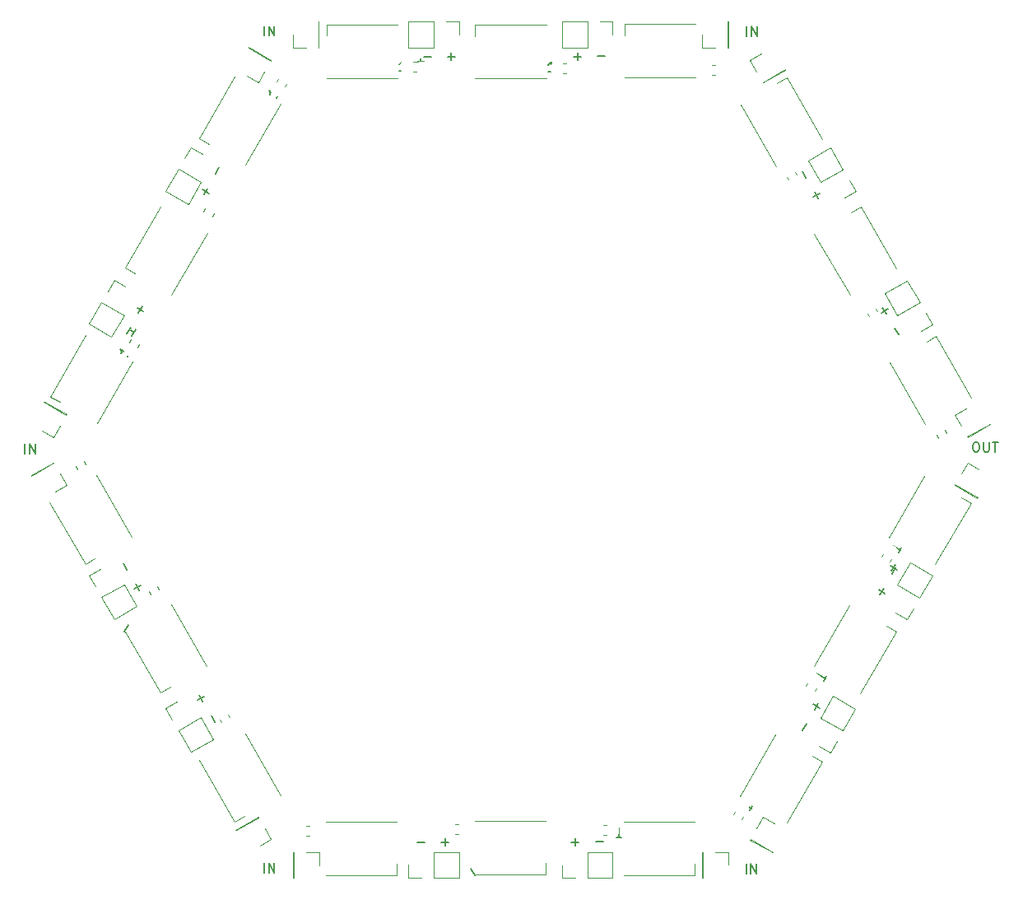
<source format=gto>
%TF.GenerationSoftware,KiCad,Pcbnew,(5.1.6-0-10_14)*%
%TF.CreationDate,2022-03-25T15:42:39-05:00*%
%TF.ProjectId,ws2812b_hexagon_BACKUP_20220323,77733238-3132-4625-9f68-657861676f6e,rev?*%
%TF.SameCoordinates,Original*%
%TF.FileFunction,Legend,Top*%
%TF.FilePolarity,Positive*%
%FSLAX46Y46*%
G04 Gerber Fmt 4.6, Leading zero omitted, Abs format (unit mm)*
G04 Created by KiCad (PCBNEW (5.1.6-0-10_14)) date 2022-03-25 15:42:39*
%MOMM*%
%LPD*%
G01*
G04 APERTURE LIST*
%ADD10C,0.150000*%
%ADD11C,0.120000*%
%ADD12C,0.100000*%
%ADD13R,1.800000X1.800000*%
%ADD14O,1.800000X1.800000*%
%ADD15R,1.600000X1.100000*%
G04 APERTURE END LIST*
D10*
X213040000Y-105802380D02*
X213230476Y-105802380D01*
X213325714Y-105850000D01*
X213420952Y-105945238D01*
X213468571Y-106135714D01*
X213468571Y-106469047D01*
X213420952Y-106659523D01*
X213325714Y-106754761D01*
X213230476Y-106802380D01*
X213040000Y-106802380D01*
X212944761Y-106754761D01*
X212849523Y-106659523D01*
X212801904Y-106469047D01*
X212801904Y-106135714D01*
X212849523Y-105945238D01*
X212944761Y-105850000D01*
X213040000Y-105802380D01*
X213897142Y-105802380D02*
X213897142Y-106611904D01*
X213944761Y-106707142D01*
X213992380Y-106754761D01*
X214087619Y-106802380D01*
X214278095Y-106802380D01*
X214373333Y-106754761D01*
X214420952Y-106707142D01*
X214468571Y-106611904D01*
X214468571Y-105802380D01*
X214801904Y-105802380D02*
X215373333Y-105802380D01*
X215087619Y-106802380D02*
X215087619Y-105802380D01*
X189488055Y-150140777D02*
X189488055Y-149140777D01*
X189964245Y-150140777D02*
X189964245Y-149140777D01*
X190535674Y-150140777D01*
X190535674Y-149140777D01*
X139898056Y-150120777D02*
X139898056Y-149120777D01*
X140374246Y-150120777D02*
X140374246Y-149120777D01*
X140945675Y-150120777D01*
X140945675Y-149120777D01*
X196522927Y-80102568D02*
X196903880Y-80762397D01*
X196383489Y-80622959D02*
X197043318Y-80242007D01*
X195253286Y-77983485D02*
X195634239Y-78643314D01*
X203897072Y-92637431D02*
X203516119Y-91977602D01*
X204036510Y-92117040D02*
X203376681Y-92497992D01*
X205166713Y-94756514D02*
X204785760Y-94096685D01*
X203633880Y-120861140D02*
X203252927Y-121520969D01*
X203113489Y-121000578D02*
X203773318Y-121381530D01*
X204834239Y-118702057D02*
X204453286Y-119361886D01*
X196506119Y-133298859D02*
X196887072Y-132639030D01*
X197026510Y-133159421D02*
X196366681Y-132778469D01*
X195305760Y-135457942D02*
X195686713Y-134798113D01*
X172270952Y-146958571D02*
X171509047Y-146958571D01*
X171890000Y-146577619D02*
X171890000Y-147339523D01*
X174740952Y-146918571D02*
X173979047Y-146918571D01*
X158109047Y-146941428D02*
X158870952Y-146941428D01*
X158490000Y-147322380D02*
X158490000Y-146560476D01*
X155639047Y-146981428D02*
X156400952Y-146981428D01*
X133557072Y-132457431D02*
X133176119Y-131797602D01*
X133696510Y-131937040D02*
X133036681Y-132317992D01*
X134826713Y-134576514D02*
X134445760Y-133916685D01*
X126682927Y-120392568D02*
X127063880Y-121052397D01*
X126543489Y-120912959D02*
X127203318Y-120532007D01*
X125413286Y-118273485D02*
X125794239Y-118933314D01*
X126956119Y-92518859D02*
X127337072Y-91859030D01*
X127476510Y-92379421D02*
X126816681Y-91998469D01*
X125755760Y-94677942D02*
X126136713Y-94018113D01*
X134063880Y-79701140D02*
X133682927Y-80360969D01*
X133543489Y-79840578D02*
X134203318Y-80221530D01*
X135264239Y-77542057D02*
X134883286Y-78201886D01*
X156289047Y-66221428D02*
X157050952Y-66221428D01*
X158759047Y-66181428D02*
X159520952Y-66181428D01*
X159140000Y-66562380D02*
X159140000Y-65800476D01*
X172490952Y-66178571D02*
X171729047Y-66178571D01*
X172110000Y-65797619D02*
X172110000Y-66559523D01*
X115296190Y-107012380D02*
X115296190Y-106012380D01*
X115772380Y-107012380D02*
X115772380Y-106012380D01*
X116343809Y-107012380D01*
X116343809Y-106012380D01*
X126276300Y-94855578D02*
X126657253Y-94195749D01*
X126796691Y-94716140D02*
X126136862Y-94335188D01*
X139896190Y-64032380D02*
X139896190Y-63032380D01*
X140372380Y-64032380D02*
X140372380Y-63032380D01*
X140943809Y-64032380D01*
X140943809Y-63032380D01*
X155618415Y-66740040D02*
X156380320Y-66740040D01*
X155999368Y-67120992D02*
X155999368Y-66359088D01*
X174960952Y-66138571D02*
X174199047Y-66138571D01*
X189546190Y-64082380D02*
X189546190Y-63082380D01*
X190022380Y-64082380D02*
X190022380Y-63082380D01*
X190593809Y-64082380D01*
X190593809Y-63082380D01*
X204820231Y-118391672D02*
X204439278Y-119051501D01*
X204299840Y-118531110D02*
X204959669Y-118912062D01*
X161543081Y-150334117D02*
X161162128Y-149674288D01*
X125515127Y-125267387D02*
X125896080Y-124607558D01*
D11*
%TO.C,J22*%
X129759637Y-133190175D02*
X130911451Y-132525175D01*
X130424637Y-134341989D02*
X129759637Y-133190175D01*
X131059637Y-135441841D02*
X133363265Y-134111841D01*
X133363265Y-134111841D02*
X134663265Y-136363507D01*
X131059637Y-135441841D02*
X132359637Y-137693507D01*
X132359637Y-137693507D02*
X134663265Y-136363507D01*
%TO.C,J18*%
X170532651Y-150623748D02*
X170532651Y-149293748D01*
X171862651Y-150623748D02*
X170532651Y-150623748D01*
X173132651Y-150623748D02*
X173132651Y-147963748D01*
X173132651Y-147963748D02*
X175732651Y-147963748D01*
X173132651Y-150623748D02*
X175732651Y-150623748D01*
X175732651Y-150623748D02*
X175732651Y-147963748D01*
%TO.C,J17*%
X187614307Y-147962789D02*
X187614307Y-149292789D01*
X186284307Y-147962789D02*
X187614307Y-147962789D01*
X185014307Y-147962789D02*
X185014307Y-150622789D01*
X185014307Y-150622789D02*
X184954307Y-150622789D01*
X185014307Y-147962789D02*
X184954307Y-147962789D01*
X184954307Y-147962789D02*
X184954307Y-150622789D01*
%TO.C,J20*%
X145527683Y-147966615D02*
X145527683Y-149296615D01*
X144197683Y-147966615D02*
X145527683Y-147966615D01*
X142927683Y-147966615D02*
X142927683Y-150626615D01*
X142927683Y-150626615D02*
X142867683Y-150626615D01*
X142927683Y-147966615D02*
X142867683Y-147966615D01*
X142867683Y-147966615D02*
X142867683Y-150626615D01*
%TO.C,J21*%
X140604923Y-146652845D02*
X139453109Y-147317845D01*
X139939923Y-145501031D02*
X140604923Y-146652845D01*
X139304923Y-144401179D02*
X137001295Y-145731179D01*
X137001295Y-145731179D02*
X136971295Y-145679217D01*
X139304923Y-144401179D02*
X139274923Y-144349217D01*
X139274923Y-144349217D02*
X136971295Y-145679217D01*
%TO.C,J23*%
X121862411Y-119508574D02*
X123014225Y-118843574D01*
X122527411Y-120660388D02*
X121862411Y-119508574D01*
X123162411Y-121760240D02*
X125466039Y-120430240D01*
X125466039Y-120430240D02*
X126766039Y-122681906D01*
X123162411Y-121760240D02*
X124462411Y-124011906D01*
X124462411Y-124011906D02*
X126766039Y-122681906D01*
%TO.C,J24*%
X119558297Y-110206672D02*
X118406483Y-110871672D01*
X118893297Y-109054858D02*
X119558297Y-110206672D01*
X118258297Y-107955006D02*
X115954669Y-109285006D01*
X115954669Y-109285006D02*
X115924669Y-109233044D01*
X118258297Y-107955006D02*
X118228297Y-107903044D01*
X118228297Y-107903044D02*
X115924669Y-109233044D01*
%TO.C,D18*%
X122597699Y-109236659D02*
X126247699Y-115558645D01*
X117834559Y-111986659D02*
X121484559Y-118308645D01*
X121484559Y-118308645D02*
X122480488Y-117733645D01*
%TO.C,J19*%
X154735424Y-150622147D02*
X154735424Y-149292147D01*
X156065424Y-150622147D02*
X154735424Y-150622147D01*
X157335424Y-150622147D02*
X157335424Y-147962147D01*
X157335424Y-147962147D02*
X159935424Y-147962147D01*
X157335424Y-150622147D02*
X159935424Y-150622147D01*
X159935424Y-150622147D02*
X159935424Y-147962147D01*
%TO.C,D16*%
X137955122Y-135788644D02*
X141605122Y-142110630D01*
X133191982Y-138538644D02*
X136841982Y-144860630D01*
X136841982Y-144860630D02*
X137837911Y-144285630D01*
%TO.C,J14*%
X206022087Y-124040359D02*
X204870273Y-123375359D01*
X206687087Y-122888545D02*
X206022087Y-124040359D01*
X207322087Y-121788693D02*
X205018459Y-120458693D01*
X205018459Y-120458693D02*
X206318459Y-118207027D01*
X207322087Y-121788693D02*
X208622087Y-119537027D01*
X208622087Y-119537027D02*
X206318459Y-118207027D01*
%TO.C,J15*%
X198122087Y-137720358D02*
X196970273Y-137055358D01*
X198787087Y-136568544D02*
X198122087Y-137720358D01*
X199422087Y-135468692D02*
X197118459Y-134138692D01*
X197118459Y-134138692D02*
X198418459Y-131887026D01*
X199422087Y-135468692D02*
X200722087Y-133217026D01*
X200722087Y-133217026D02*
X198418459Y-131887026D01*
%TO.C,J13*%
X212258458Y-107916731D02*
X213410272Y-108581731D01*
X211593458Y-109068545D02*
X212258458Y-107916731D01*
X210958458Y-110168397D02*
X213262086Y-111498397D01*
X213262086Y-111498397D02*
X213232086Y-111550359D01*
X210958458Y-110168397D02*
X210928458Y-110220359D01*
X210928458Y-110220359D02*
X213232086Y-111550359D01*
%TO.C,D10*%
X204168704Y-115639537D02*
X207818704Y-109317551D01*
X208931844Y-118389537D02*
X212581844Y-112067551D01*
X212581844Y-112067551D02*
X211585915Y-111492551D01*
%TO.C,J16*%
X191218459Y-144366730D02*
X192370273Y-145031730D01*
X190553459Y-145518544D02*
X191218459Y-144366730D01*
X189918459Y-146618396D02*
X192222087Y-147948396D01*
X192222087Y-147948396D02*
X192192087Y-148000358D01*
X189918459Y-146618396D02*
X189888459Y-146670358D01*
X189888459Y-146670358D02*
X192192087Y-148000358D01*
%TO.C,D12*%
X188858703Y-142219537D02*
X192508703Y-135897551D01*
X193621843Y-144969537D02*
X197271843Y-138647551D01*
X197271843Y-138647551D02*
X196275914Y-138072551D01*
%TO.C,D11*%
X196468703Y-128869537D02*
X200118703Y-122547551D01*
X201231843Y-131619537D02*
X204881843Y-125297551D01*
X204881843Y-125297551D02*
X203885914Y-124722551D01*
%TO.C,D9*%
X207895435Y-103966622D02*
X204245435Y-97644636D01*
X212658575Y-101216622D02*
X209008575Y-94894636D01*
X209008575Y-94894636D02*
X208012646Y-95469636D01*
%TO.C,D7*%
X192531479Y-77417773D02*
X188881479Y-71095787D01*
X197294619Y-74667773D02*
X193644619Y-68345787D01*
X193644619Y-68345787D02*
X192648690Y-68920787D01*
%TO.C,J12*%
X210934836Y-102996610D02*
X212086650Y-102331610D01*
X211599836Y-104148424D02*
X210934836Y-102996610D01*
X212234836Y-105248276D02*
X214538464Y-103918276D01*
X214538464Y-103918276D02*
X214568464Y-103970238D01*
X212234836Y-105248276D02*
X212264836Y-105300238D01*
X212264836Y-105300238D02*
X214568464Y-103970238D01*
%TO.C,J9*%
X189888211Y-66550438D02*
X191040025Y-65885438D01*
X190553211Y-67702252D02*
X189888211Y-66550438D01*
X191188211Y-68802104D02*
X193491839Y-67472104D01*
X193491839Y-67472104D02*
X193521839Y-67524066D01*
X191188211Y-68802104D02*
X191218211Y-68854066D01*
X191218211Y-68854066D02*
X193521839Y-67524066D01*
%TO.C,J10*%
X200733497Y-80013107D02*
X199581683Y-80678107D01*
X200068497Y-78861293D02*
X200733497Y-80013107D01*
X199433497Y-77761441D02*
X197129869Y-79091441D01*
X197129869Y-79091441D02*
X195829869Y-76839775D01*
X199433497Y-77761441D02*
X198133497Y-75509775D01*
X198133497Y-75509775D02*
X195829869Y-76839775D01*
%TO.C,J11*%
X208630724Y-93694707D02*
X207478910Y-94359707D01*
X207965724Y-92542893D02*
X208630724Y-93694707D01*
X207330724Y-91443041D02*
X205027096Y-92773041D01*
X205027096Y-92773041D02*
X203727096Y-90521375D01*
X207330724Y-91443041D02*
X206030724Y-89191375D01*
X206030724Y-89191375D02*
X203727096Y-90521375D01*
%TO.C,D8*%
X200138995Y-90701170D02*
X196488995Y-84379184D01*
X204902135Y-87951170D02*
X201252135Y-81629184D01*
X201252135Y-81629184D02*
X200256206Y-82204184D01*
%TO.C,J6*%
X159944808Y-62566332D02*
X159944808Y-63896332D01*
X158614808Y-62566332D02*
X159944808Y-62566332D01*
X157344808Y-62566332D02*
X157344808Y-65226332D01*
X157344808Y-65226332D02*
X154744808Y-65226332D01*
X157344808Y-62566332D02*
X154744808Y-62566332D01*
X154744808Y-62566332D02*
X154744808Y-65226332D01*
%TO.C,J7*%
X175742035Y-62567933D02*
X175742035Y-63897933D01*
X174412035Y-62567933D02*
X175742035Y-62567933D01*
X173142035Y-62567933D02*
X173142035Y-65227933D01*
X173142035Y-65227933D02*
X170542035Y-65227933D01*
X173142035Y-62567933D02*
X170542035Y-62567933D01*
X170542035Y-62567933D02*
X170542035Y-65227933D01*
%TO.C,J5*%
X142863151Y-65227289D02*
X142863151Y-63897289D01*
X144193151Y-65227289D02*
X142863151Y-65227289D01*
X145463151Y-65227289D02*
X145463151Y-62567289D01*
X145463151Y-62567289D02*
X145523151Y-62567289D01*
X145463151Y-65227289D02*
X145523151Y-65227289D01*
X145523151Y-65227289D02*
X145523151Y-62567289D01*
%TO.C,D4*%
X153596174Y-68371819D02*
X146296174Y-68371819D01*
X153596174Y-62871819D02*
X146296174Y-62871819D01*
X146296174Y-62871819D02*
X146296174Y-64021819D01*
%TO.C,J8*%
X184949776Y-65223464D02*
X184949776Y-63893464D01*
X186279776Y-65223464D02*
X184949776Y-65223464D01*
X187549776Y-65223464D02*
X187549776Y-62563464D01*
X187549776Y-62563464D02*
X187609776Y-62563464D01*
X187549776Y-65223464D02*
X187609776Y-65223464D01*
X187609776Y-65223464D02*
X187609776Y-62563464D01*
%TO.C,D6*%
X184270130Y-68340669D02*
X176970130Y-68340669D01*
X184270130Y-62840669D02*
X176970130Y-62840669D01*
X176970130Y-62840669D02*
X176970130Y-63990669D01*
%TO.C,D5*%
X168903691Y-68425216D02*
X161603691Y-68425216D01*
X168903691Y-62925216D02*
X161603691Y-62925216D01*
X161603691Y-62925216D02*
X161603691Y-64075216D01*
%TO.C,D3*%
X141623768Y-70980833D02*
X137973768Y-77302819D01*
X136860628Y-68230833D02*
X133210628Y-74552819D01*
X133210628Y-74552819D02*
X134206557Y-75127819D01*
%TO.C,D1*%
X126313768Y-97560833D02*
X122663768Y-103882819D01*
X121550628Y-94810833D02*
X117900628Y-101132819D01*
X117900628Y-101132819D02*
X118896557Y-101707819D01*
%TO.C,J4*%
X139264013Y-68833640D02*
X138112199Y-68168640D01*
X139929013Y-67681826D02*
X139264013Y-68833640D01*
X140564013Y-66581974D02*
X138260385Y-65251974D01*
X138260385Y-65251974D02*
X138290385Y-65200012D01*
X140564013Y-66581974D02*
X140594013Y-66530012D01*
X140594013Y-66530012D02*
X138290385Y-65200012D01*
%TO.C,J1*%
X118224014Y-105283638D02*
X117072200Y-104618638D01*
X118889014Y-104131824D02*
X118224014Y-105283638D01*
X119524014Y-103031972D02*
X117220386Y-101701972D01*
X117220386Y-101701972D02*
X117250386Y-101650010D01*
X119524014Y-103031972D02*
X119554014Y-102980010D01*
X119554014Y-102980010D02*
X117250386Y-101650010D01*
%TO.C,J2*%
X124460384Y-89160011D02*
X125612198Y-89825011D01*
X123795384Y-90311825D02*
X124460384Y-89160011D01*
X123160384Y-91411677D02*
X125464012Y-92741677D01*
X125464012Y-92741677D02*
X124164012Y-94993343D01*
X123160384Y-91411677D02*
X121860384Y-93663343D01*
X121860384Y-93663343D02*
X124164012Y-94993343D01*
%TO.C,J3*%
X132360384Y-75480012D02*
X133512198Y-76145012D01*
X131695384Y-76631826D02*
X132360384Y-75480012D01*
X131060384Y-77731678D02*
X133364012Y-79061678D01*
X133364012Y-79061678D02*
X132064012Y-81313344D01*
X131060384Y-77731678D02*
X129760384Y-79983344D01*
X129760384Y-79983344D02*
X132064012Y-81313344D01*
%TO.C,D2*%
X134013769Y-84330833D02*
X130363769Y-90652819D01*
X129250629Y-81580833D02*
X125600629Y-87902819D01*
X125600629Y-87902819D02*
X126596558Y-88477819D01*
%TO.C,D13*%
X176874753Y-144821394D02*
X184174753Y-144821394D01*
X176874753Y-150321394D02*
X184174753Y-150321394D01*
X184174753Y-150321394D02*
X184174753Y-149171394D01*
%TO.C,D15*%
X146200797Y-144852545D02*
X153500797Y-144852545D01*
X146200797Y-150352545D02*
X153500797Y-150352545D01*
X153500797Y-150352545D02*
X153500797Y-149202545D01*
%TO.C,D14*%
X161567236Y-144767998D02*
X168867236Y-144767998D01*
X161567236Y-150267998D02*
X168867236Y-150267998D01*
X168867236Y-150267998D02*
X168867236Y-149117998D01*
%TO.C,D17*%
X130347606Y-122505247D02*
X133997606Y-128827233D01*
X125584466Y-125255247D02*
X129234466Y-131577233D01*
X129234466Y-131577233D02*
X130230395Y-131002233D01*
%TO.C,C1*%
X170658733Y-66880000D02*
X171001267Y-66880000D01*
X170658733Y-67900000D02*
X171001267Y-67900000D01*
%TO.C,C2*%
X159871267Y-146160000D02*
X159528733Y-146160000D01*
X159871267Y-145140000D02*
X159528733Y-145140000D01*
%TO.C,C3*%
X155183733Y-67720000D02*
X155526267Y-67720000D01*
X155183733Y-66700000D02*
X155526267Y-66700000D01*
%TO.C,C4*%
X128191461Y-121471094D02*
X128020194Y-121174450D01*
X129074806Y-120961094D02*
X128903539Y-120664450D01*
%TO.C,C5*%
X209943539Y-104554450D02*
X210114806Y-104851094D01*
X209060194Y-105064450D02*
X209231461Y-105361094D01*
%TO.C,C6*%
X185933733Y-67030000D02*
X186276267Y-67030000D01*
X185933733Y-68050000D02*
X186276267Y-68050000D01*
%TO.C,C7*%
X135453961Y-134623322D02*
X135282694Y-134326678D01*
X136337306Y-134113322D02*
X136166039Y-133816678D01*
%TO.C,C8*%
X120651461Y-108601094D02*
X120480194Y-108304450D01*
X121534806Y-108091094D02*
X121363539Y-107794450D01*
%TO.C,C9*%
X202836039Y-92096678D02*
X203007306Y-92393322D01*
X201952694Y-92606678D02*
X202123961Y-92903322D01*
%TO.C,C10*%
X144526267Y-145260000D02*
X144183733Y-145260000D01*
X144526267Y-146280000D02*
X144183733Y-146280000D01*
%TO.C,C11*%
X193652694Y-78526678D02*
X193823961Y-78823322D01*
X194536039Y-78016678D02*
X194707306Y-78313322D01*
%TO.C,C12*%
X175116267Y-145180000D02*
X174773733Y-145180000D01*
X175116267Y-146200000D02*
X174773733Y-146200000D01*
%TO.C,C13*%
X195813961Y-130606678D02*
X195642694Y-130903322D01*
X196697306Y-131116678D02*
X196526039Y-131413322D01*
%TO.C,C14*%
X142018539Y-69271094D02*
X142189806Y-68974450D01*
X141135194Y-68761094D02*
X141306461Y-68464450D01*
%TO.C,C15*%
X189207306Y-144336678D02*
X189036039Y-144633322D01*
X188323961Y-143826678D02*
X188152694Y-144123322D01*
%TO.C,C16*%
X134538539Y-82611094D02*
X134709806Y-82314450D01*
X133655194Y-82101094D02*
X133826461Y-81804450D01*
%TO.C,C17*%
X203553961Y-117306678D02*
X203382694Y-117603322D01*
X204437306Y-117816678D02*
X204266039Y-118113322D01*
%TO.C,C18*%
X126883539Y-96045550D02*
X127054806Y-95748906D01*
X126000194Y-95535550D02*
X126171461Y-95238906D01*
%TO.C,D10*%
D10*
X205449263Y-116626303D02*
X205163549Y-117121175D01*
X205306406Y-116873739D02*
X204440380Y-116373739D01*
X204516479Y-116527646D01*
X204551339Y-116657744D01*
X204544959Y-116764032D01*
%TO.C,D12*%
X190139262Y-143206303D02*
X189853548Y-143701175D01*
X189996405Y-143453739D02*
X189130379Y-142953739D01*
X189206478Y-143107646D01*
X189241338Y-143237744D01*
X189234958Y-143344032D01*
%TO.C,D11*%
X197749262Y-129856303D02*
X197463548Y-130351175D01*
X197606405Y-130103739D02*
X196740379Y-129603739D01*
X196816478Y-129757646D01*
X196851338Y-129887744D01*
X196844958Y-129994032D01*
%TO.C,D4*%
X154381888Y-67674199D02*
X153810459Y-67674199D01*
X154096174Y-67674199D02*
X154096174Y-66674199D01*
X154000935Y-66817057D01*
X153905697Y-66912295D01*
X153810459Y-66959914D01*
%TO.C,D5*%
X169689405Y-67727596D02*
X169117976Y-67727596D01*
X169403691Y-67727596D02*
X169403691Y-66727596D01*
X169308452Y-66870454D01*
X169213214Y-66965692D01*
X169117976Y-67013311D01*
%TO.C,D3*%
X141412469Y-69951575D02*
X141126755Y-70446447D01*
X141269612Y-70199011D02*
X140403586Y-69699011D01*
X140479685Y-69852918D01*
X140514545Y-69983016D01*
X140508165Y-70089304D01*
%TO.C,D1*%
X126102469Y-96531575D02*
X125816755Y-97026447D01*
X125959612Y-96779011D02*
X125093586Y-96279011D01*
X125169685Y-96432918D01*
X125204545Y-96563016D01*
X125198165Y-96669304D01*
%TO.C,D13*%
X176660467Y-146423774D02*
X176089038Y-146423774D01*
X176374753Y-146423774D02*
X176374753Y-145423774D01*
X176279514Y-145566632D01*
X176184276Y-145661870D01*
X176089038Y-145709489D01*
%TD*%
%LPC*%
%TO.C,J22*%
G36*
G01*
X132067028Y-136326694D02*
X132067028Y-136326694D01*
G75*
G02*
X132396451Y-135097271I779423J450000D01*
G01*
X132396451Y-135097271D01*
G75*
G02*
X133625874Y-135426694I450000J-779423D01*
G01*
X133625874Y-135426694D01*
G75*
G02*
X133296451Y-136656117I-779423J-450000D01*
G01*
X133296451Y-136656117D01*
G75*
G02*
X132067028Y-136326694I-450000J779423D01*
G01*
G37*
D12*
G36*
X131247028Y-134906412D02*
G01*
X130347028Y-133347566D01*
X131905874Y-132447566D01*
X132805874Y-134006412D01*
X131247028Y-134906412D01*
G37*
%TD*%
D13*
%TO.C,J18*%
X171862651Y-149293748D03*
D14*
X174402651Y-149293748D03*
%TD*%
D13*
%TO.C,J17*%
X186284307Y-149292789D03*
%TD*%
%TO.C,J20*%
X144197683Y-149296615D03*
%TD*%
D12*
%TO.C,J21*%
G36*
X139117532Y-144936608D02*
G01*
X140017532Y-146495454D01*
X138458686Y-147395454D01*
X137558686Y-145836608D01*
X139117532Y-144936608D01*
G37*
%TD*%
%TO.C,J23*%
G36*
X123349802Y-121224811D02*
G01*
X122449802Y-119665965D01*
X124008648Y-118765965D01*
X124908648Y-120324811D01*
X123349802Y-121224811D01*
G37*
G36*
G01*
X124169802Y-122645093D02*
X124169802Y-122645093D01*
G75*
G02*
X124499225Y-121415670I779423J450000D01*
G01*
X124499225Y-121415670D01*
G75*
G02*
X125728648Y-121745093I450000J-779423D01*
G01*
X125728648Y-121745093D01*
G75*
G02*
X125399225Y-122974516I-779423J-450000D01*
G01*
X125399225Y-122974516D01*
G75*
G02*
X124169802Y-122645093I-450000J779423D01*
G01*
G37*
%TD*%
%TO.C,J24*%
G36*
X118070906Y-108490435D02*
G01*
X118970906Y-110049281D01*
X117412060Y-110949281D01*
X116512060Y-109390435D01*
X118070906Y-108490435D01*
G37*
%TD*%
%TO.C,D18*%
G36*
X121004174Y-116276594D02*
G01*
X121956802Y-115726594D01*
X122756802Y-117112234D01*
X121804174Y-117662234D01*
X121004174Y-116276594D01*
G37*
G36*
X123775456Y-114676594D02*
G01*
X124728084Y-114126594D01*
X125528084Y-115512234D01*
X124575456Y-116062234D01*
X123775456Y-114676594D01*
G37*
G36*
X118554174Y-112033070D02*
G01*
X119506802Y-111483070D01*
X120306802Y-112868710D01*
X119354174Y-113418710D01*
X118554174Y-112033070D01*
G37*
G36*
X121325456Y-110433070D02*
G01*
X122278084Y-109883070D01*
X123078084Y-111268710D01*
X122125456Y-111818710D01*
X121325456Y-110433070D01*
G37*
%TD*%
D14*
%TO.C,J19*%
X158605424Y-149292147D03*
D13*
X156065424Y-149292147D03*
%TD*%
D12*
%TO.C,D16*%
G36*
X136361597Y-142828579D02*
G01*
X137314225Y-142278579D01*
X138114225Y-143664219D01*
X137161597Y-144214219D01*
X136361597Y-142828579D01*
G37*
G36*
X139132879Y-141228579D02*
G01*
X140085507Y-140678579D01*
X140885507Y-142064219D01*
X139932879Y-142614219D01*
X139132879Y-141228579D01*
G37*
G36*
X133911597Y-138585055D02*
G01*
X134864225Y-138035055D01*
X135664225Y-139420695D01*
X134711597Y-139970695D01*
X133911597Y-138585055D01*
G37*
G36*
X136682879Y-136985055D02*
G01*
X137635507Y-136435055D01*
X138435507Y-137820695D01*
X137482879Y-138370695D01*
X136682879Y-136985055D01*
G37*
%TD*%
%TO.C,J14*%
G36*
G01*
X207584696Y-120473840D02*
X207584696Y-120473840D01*
G75*
G02*
X206355273Y-120803263I-779423J450000D01*
G01*
X206355273Y-120803263D01*
G75*
G02*
X206025850Y-119573840I450000J779423D01*
G01*
X206025850Y-119573840D01*
G75*
G02*
X207255273Y-119244417I779423J-450000D01*
G01*
X207255273Y-119244417D01*
G75*
G02*
X207584696Y-120473840I-450000J-779423D01*
G01*
G37*
G36*
X206764696Y-121894122D02*
G01*
X205864696Y-123452968D01*
X204305850Y-122552968D01*
X205205850Y-120994122D01*
X206764696Y-121894122D01*
G37*
%TD*%
%TO.C,J15*%
G36*
X198864696Y-135574121D02*
G01*
X197964696Y-137132967D01*
X196405850Y-136232967D01*
X197305850Y-134674121D01*
X198864696Y-135574121D01*
G37*
G36*
G01*
X199684696Y-134153839D02*
X199684696Y-134153839D01*
G75*
G02*
X198455273Y-134483262I-779423J450000D01*
G01*
X198455273Y-134483262D01*
G75*
G02*
X198125850Y-133253839I450000J779423D01*
G01*
X198125850Y-133253839D01*
G75*
G02*
X199355273Y-132924416I779423J-450000D01*
G01*
X199355273Y-132924416D01*
G75*
G02*
X199684696Y-134153839I-450000J-779423D01*
G01*
G37*
%TD*%
%TO.C,J13*%
G36*
X211515849Y-110062968D02*
G01*
X212415849Y-108504122D01*
X213974695Y-109404122D01*
X213074695Y-110962968D01*
X211515849Y-110062968D01*
G37*
%TD*%
%TO.C,D10*%
G36*
X205840947Y-116143126D02*
G01*
X204888319Y-115593126D01*
X205688319Y-114207486D01*
X206640947Y-114757486D01*
X205840947Y-116143126D01*
G37*
G36*
X208612229Y-117743126D02*
G01*
X207659601Y-117193126D01*
X208459601Y-115807486D01*
X209412229Y-116357486D01*
X208612229Y-117743126D01*
G37*
G36*
X208290947Y-111899602D02*
G01*
X207338319Y-111349602D01*
X208138319Y-109963962D01*
X209090947Y-110513962D01*
X208290947Y-111899602D01*
G37*
G36*
X211062229Y-113499602D02*
G01*
X210109601Y-112949602D01*
X210909601Y-111563962D01*
X211862229Y-112113962D01*
X211062229Y-113499602D01*
G37*
%TD*%
%TO.C,J16*%
G36*
X190475850Y-146512967D02*
G01*
X191375850Y-144954121D01*
X192934696Y-145854121D01*
X192034696Y-147412967D01*
X190475850Y-146512967D01*
G37*
%TD*%
%TO.C,D12*%
G36*
X195752228Y-140079602D02*
G01*
X194799600Y-139529602D01*
X195599600Y-138143962D01*
X196552228Y-138693962D01*
X195752228Y-140079602D01*
G37*
G36*
X192980946Y-138479602D02*
G01*
X192028318Y-137929602D01*
X192828318Y-136543962D01*
X193780946Y-137093962D01*
X192980946Y-138479602D01*
G37*
G36*
X193302228Y-144323126D02*
G01*
X192349600Y-143773126D01*
X193149600Y-142387486D01*
X194102228Y-142937486D01*
X193302228Y-144323126D01*
G37*
G36*
X190530946Y-142723126D02*
G01*
X189578318Y-142173126D01*
X190378318Y-140787486D01*
X191330946Y-141337486D01*
X190530946Y-142723126D01*
G37*
%TD*%
%TO.C,D11*%
G36*
X203362228Y-126729602D02*
G01*
X202409600Y-126179602D01*
X203209600Y-124793962D01*
X204162228Y-125343962D01*
X203362228Y-126729602D01*
G37*
G36*
X200590946Y-125129602D02*
G01*
X199638318Y-124579602D01*
X200438318Y-123193962D01*
X201390946Y-123743962D01*
X200590946Y-125129602D01*
G37*
G36*
X200912228Y-130973126D02*
G01*
X199959600Y-130423126D01*
X200759600Y-129037486D01*
X201712228Y-129587486D01*
X200912228Y-130973126D01*
G37*
G36*
X198140946Y-129373126D02*
G01*
X197188318Y-128823126D01*
X197988318Y-127437486D01*
X198940946Y-127987486D01*
X198140946Y-129373126D01*
G37*
%TD*%
%TO.C,D9*%
G36*
X209167678Y-102770211D02*
G01*
X208215050Y-103320211D01*
X207415050Y-101934571D01*
X208367678Y-101384571D01*
X209167678Y-102770211D01*
G37*
G36*
X211938960Y-101170211D02*
G01*
X210986332Y-101720211D01*
X210186332Y-100334571D01*
X211138960Y-99784571D01*
X211938960Y-101170211D01*
G37*
G36*
X206717678Y-98526687D02*
G01*
X205765050Y-99076687D01*
X204965050Y-97691047D01*
X205917678Y-97141047D01*
X206717678Y-98526687D01*
G37*
G36*
X209488960Y-96926687D02*
G01*
X208536332Y-97476687D01*
X207736332Y-96091047D01*
X208688960Y-95541047D01*
X209488960Y-96926687D01*
G37*
%TD*%
%TO.C,D7*%
G36*
X194125004Y-70377838D02*
G01*
X193172376Y-70927838D01*
X192372376Y-69542198D01*
X193325004Y-68992198D01*
X194125004Y-70377838D01*
G37*
G36*
X191353722Y-71977838D02*
G01*
X190401094Y-72527838D01*
X189601094Y-71142198D01*
X190553722Y-70592198D01*
X191353722Y-71977838D01*
G37*
G36*
X196575004Y-74621362D02*
G01*
X195622376Y-75171362D01*
X194822376Y-73785722D01*
X195775004Y-73235722D01*
X196575004Y-74621362D01*
G37*
G36*
X193803722Y-76221362D02*
G01*
X192851094Y-76771362D01*
X192051094Y-75385722D01*
X193003722Y-74835722D01*
X193803722Y-76221362D01*
G37*
%TD*%
%TO.C,J12*%
G36*
X212422227Y-104712847D02*
G01*
X211522227Y-103154001D01*
X213081073Y-102254001D01*
X213981073Y-103812847D01*
X212422227Y-104712847D01*
G37*
%TD*%
%TO.C,J9*%
G36*
X191375602Y-68266675D02*
G01*
X190475602Y-66707829D01*
X192034448Y-65807829D01*
X192934448Y-67366675D01*
X191375602Y-68266675D01*
G37*
%TD*%
%TO.C,J10*%
G36*
X199246106Y-78296870D02*
G01*
X200146106Y-79855716D01*
X198587260Y-80755716D01*
X197687260Y-79196870D01*
X199246106Y-78296870D01*
G37*
G36*
G01*
X198426106Y-76876588D02*
X198426106Y-76876588D01*
G75*
G02*
X198096683Y-78106011I-779423J-450000D01*
G01*
X198096683Y-78106011D01*
G75*
G02*
X196867260Y-77776588I-450000J779423D01*
G01*
X196867260Y-77776588D01*
G75*
G02*
X197196683Y-76547165I779423J450000D01*
G01*
X197196683Y-76547165D01*
G75*
G02*
X198426106Y-76876588I450000J-779423D01*
G01*
G37*
%TD*%
%TO.C,J11*%
G36*
G01*
X206323333Y-90558188D02*
X206323333Y-90558188D01*
G75*
G02*
X205993910Y-91787611I-779423J-450000D01*
G01*
X205993910Y-91787611D01*
G75*
G02*
X204764487Y-91458188I-450000J779423D01*
G01*
X204764487Y-91458188D01*
G75*
G02*
X205093910Y-90228765I779423J450000D01*
G01*
X205093910Y-90228765D01*
G75*
G02*
X206323333Y-90558188I450000J-779423D01*
G01*
G37*
G36*
X207143333Y-91978470D02*
G01*
X208043333Y-93537316D01*
X206484487Y-94437316D01*
X205584487Y-92878470D01*
X207143333Y-91978470D01*
G37*
%TD*%
%TO.C,D8*%
G36*
X201411238Y-89504759D02*
G01*
X200458610Y-90054759D01*
X199658610Y-88669119D01*
X200611238Y-88119119D01*
X201411238Y-89504759D01*
G37*
G36*
X204182520Y-87904759D02*
G01*
X203229892Y-88454759D01*
X202429892Y-87069119D01*
X203382520Y-86519119D01*
X204182520Y-87904759D01*
G37*
G36*
X198961238Y-85261235D02*
G01*
X198008610Y-85811235D01*
X197208610Y-84425595D01*
X198161238Y-83875595D01*
X198961238Y-85261235D01*
G37*
G36*
X201732520Y-83661235D02*
G01*
X200779892Y-84211235D01*
X199979892Y-82825595D01*
X200932520Y-82275595D01*
X201732520Y-83661235D01*
G37*
%TD*%
D14*
%TO.C,J6*%
X156074808Y-63896332D03*
D13*
X158614808Y-63896332D03*
%TD*%
%TO.C,J7*%
X174412035Y-63897933D03*
D14*
X171872035Y-63897933D03*
%TD*%
D13*
%TO.C,J5*%
X144193151Y-63897289D03*
%TD*%
D15*
%TO.C,D4*%
X152396174Y-67221819D03*
X152396174Y-64021819D03*
X147496174Y-67221819D03*
X147496174Y-64021819D03*
%TD*%
D13*
%TO.C,J8*%
X186279776Y-63893464D03*
%TD*%
D15*
%TO.C,D6*%
X178170130Y-63990669D03*
X178170130Y-67190669D03*
X183070130Y-63990669D03*
X183070130Y-67190669D03*
%TD*%
%TO.C,D5*%
X162803691Y-64075216D03*
X162803691Y-67275216D03*
X167703691Y-64075216D03*
X167703691Y-67275216D03*
%TD*%
D12*
%TO.C,D3*%
G36*
X139951525Y-70477244D02*
G01*
X140904153Y-71027244D01*
X140104153Y-72412884D01*
X139151525Y-71862884D01*
X139951525Y-70477244D01*
G37*
G36*
X137180243Y-68877244D02*
G01*
X138132871Y-69427244D01*
X137332871Y-70812884D01*
X136380243Y-70262884D01*
X137180243Y-68877244D01*
G37*
G36*
X137501525Y-74720768D02*
G01*
X138454153Y-75270768D01*
X137654153Y-76656408D01*
X136701525Y-76106408D01*
X137501525Y-74720768D01*
G37*
G36*
X134730243Y-73120768D02*
G01*
X135682871Y-73670768D01*
X134882871Y-75056408D01*
X133930243Y-74506408D01*
X134730243Y-73120768D01*
G37*
%TD*%
%TO.C,D1*%
G36*
X119420243Y-99700768D02*
G01*
X120372871Y-100250768D01*
X119572871Y-101636408D01*
X118620243Y-101086408D01*
X119420243Y-99700768D01*
G37*
G36*
X122191525Y-101300768D02*
G01*
X123144153Y-101850768D01*
X122344153Y-103236408D01*
X121391525Y-102686408D01*
X122191525Y-101300768D01*
G37*
G36*
X121870243Y-95457244D02*
G01*
X122822871Y-96007244D01*
X122022871Y-97392884D01*
X121070243Y-96842884D01*
X121870243Y-95457244D01*
G37*
G36*
X124641525Y-97057244D02*
G01*
X125594153Y-97607244D01*
X124794153Y-98992884D01*
X123841525Y-98442884D01*
X124641525Y-97057244D01*
G37*
%TD*%
%TO.C,J4*%
G36*
X140006622Y-66687403D02*
G01*
X139106622Y-68246249D01*
X137547776Y-67346249D01*
X138447776Y-65787403D01*
X140006622Y-66687403D01*
G37*
%TD*%
%TO.C,J1*%
G36*
X118966623Y-103137401D02*
G01*
X118066623Y-104696247D01*
X116507777Y-103796247D01*
X117407777Y-102237401D01*
X118966623Y-103137401D01*
G37*
%TD*%
%TO.C,J2*%
G36*
X123717775Y-91306248D02*
G01*
X124617775Y-89747402D01*
X126176621Y-90647402D01*
X125276621Y-92206248D01*
X123717775Y-91306248D01*
G37*
G36*
G01*
X122897775Y-92726530D02*
X122897775Y-92726530D01*
G75*
G02*
X124127198Y-92397107I779423J-450000D01*
G01*
X124127198Y-92397107D01*
G75*
G02*
X124456621Y-93626530I-450000J-779423D01*
G01*
X124456621Y-93626530D01*
G75*
G02*
X123227198Y-93955953I-779423J450000D01*
G01*
X123227198Y-93955953D01*
G75*
G02*
X122897775Y-92726530I450000J779423D01*
G01*
G37*
%TD*%
%TO.C,J3*%
G36*
G01*
X130797775Y-79046531D02*
X130797775Y-79046531D01*
G75*
G02*
X132027198Y-78717108I779423J-450000D01*
G01*
X132027198Y-78717108D01*
G75*
G02*
X132356621Y-79946531I-450000J-779423D01*
G01*
X132356621Y-79946531D01*
G75*
G02*
X131127198Y-80275954I-779423J450000D01*
G01*
X131127198Y-80275954D01*
G75*
G02*
X130797775Y-79046531I450000J779423D01*
G01*
G37*
G36*
X131617775Y-77626249D02*
G01*
X132517775Y-76067403D01*
X134076621Y-76967403D01*
X133176621Y-78526249D01*
X131617775Y-77626249D01*
G37*
%TD*%
%TO.C,D2*%
G36*
X132341526Y-83827244D02*
G01*
X133294154Y-84377244D01*
X132494154Y-85762884D01*
X131541526Y-85212884D01*
X132341526Y-83827244D01*
G37*
G36*
X129570244Y-82227244D02*
G01*
X130522872Y-82777244D01*
X129722872Y-84162884D01*
X128770244Y-83612884D01*
X129570244Y-82227244D01*
G37*
G36*
X129891526Y-88070768D02*
G01*
X130844154Y-88620768D01*
X130044154Y-90006408D01*
X129091526Y-89456408D01*
X129891526Y-88070768D01*
G37*
G36*
X127120244Y-86470768D02*
G01*
X128072872Y-87020768D01*
X127272872Y-88406408D01*
X126320244Y-87856408D01*
X127120244Y-86470768D01*
G37*
%TD*%
D15*
%TO.C,D13*%
X178074753Y-145971394D03*
X178074753Y-149171394D03*
X182974753Y-145971394D03*
X182974753Y-149171394D03*
%TD*%
%TO.C,D15*%
X152300797Y-149202545D03*
X152300797Y-146002545D03*
X147400797Y-149202545D03*
X147400797Y-146002545D03*
%TD*%
%TO.C,D14*%
X167667236Y-149117998D03*
X167667236Y-145917998D03*
X162767236Y-149117998D03*
X162767236Y-145917998D03*
%TD*%
D12*
%TO.C,D17*%
G36*
X129075363Y-123701658D02*
G01*
X130027991Y-123151658D01*
X130827991Y-124537298D01*
X129875363Y-125087298D01*
X129075363Y-123701658D01*
G37*
G36*
X126304081Y-125301658D02*
G01*
X127256709Y-124751658D01*
X128056709Y-126137298D01*
X127104081Y-126687298D01*
X126304081Y-125301658D01*
G37*
G36*
X131525363Y-127945182D02*
G01*
X132477991Y-127395182D01*
X133277991Y-128780822D01*
X132325363Y-129330822D01*
X131525363Y-127945182D01*
G37*
G36*
X128754081Y-129545182D02*
G01*
X129706709Y-128995182D01*
X130506709Y-130380822D01*
X129554081Y-130930822D01*
X128754081Y-129545182D01*
G37*
%TD*%
%TO.C,C1*%
G36*
G01*
X171130000Y-67652500D02*
X171130000Y-67127500D01*
G75*
G02*
X171392500Y-66865000I262500J0D01*
G01*
X172017500Y-66865000D01*
G75*
G02*
X172280000Y-67127500I0J-262500D01*
G01*
X172280000Y-67652500D01*
G75*
G02*
X172017500Y-67915000I-262500J0D01*
G01*
X171392500Y-67915000D01*
G75*
G02*
X171130000Y-67652500I0J262500D01*
G01*
G37*
G36*
G01*
X169380000Y-67652500D02*
X169380000Y-67127500D01*
G75*
G02*
X169642500Y-66865000I262500J0D01*
G01*
X170267500Y-66865000D01*
G75*
G02*
X170530000Y-67127500I0J-262500D01*
G01*
X170530000Y-67652500D01*
G75*
G02*
X170267500Y-67915000I-262500J0D01*
G01*
X169642500Y-67915000D01*
G75*
G02*
X169380000Y-67652500I0J262500D01*
G01*
G37*
%TD*%
%TO.C,C2*%
G36*
G01*
X159400000Y-145387500D02*
X159400000Y-145912500D01*
G75*
G02*
X159137500Y-146175000I-262500J0D01*
G01*
X158512500Y-146175000D01*
G75*
G02*
X158250000Y-145912500I0J262500D01*
G01*
X158250000Y-145387500D01*
G75*
G02*
X158512500Y-145125000I262500J0D01*
G01*
X159137500Y-145125000D01*
G75*
G02*
X159400000Y-145387500I0J-262500D01*
G01*
G37*
G36*
G01*
X161150000Y-145387500D02*
X161150000Y-145912500D01*
G75*
G02*
X160887500Y-146175000I-262500J0D01*
G01*
X160262500Y-146175000D01*
G75*
G02*
X160000000Y-145912500I0J262500D01*
G01*
X160000000Y-145387500D01*
G75*
G02*
X160262500Y-145125000I262500J0D01*
G01*
X160887500Y-145125000D01*
G75*
G02*
X161150000Y-145387500I0J-262500D01*
G01*
G37*
%TD*%
%TO.C,C3*%
G36*
G01*
X153905000Y-67472500D02*
X153905000Y-66947500D01*
G75*
G02*
X154167500Y-66685000I262500J0D01*
G01*
X154792500Y-66685000D01*
G75*
G02*
X155055000Y-66947500I0J-262500D01*
G01*
X155055000Y-67472500D01*
G75*
G02*
X154792500Y-67735000I-262500J0D01*
G01*
X154167500Y-67735000D01*
G75*
G02*
X153905000Y-67472500I0J262500D01*
G01*
G37*
G36*
G01*
X155655000Y-67472500D02*
X155655000Y-66947500D01*
G75*
G02*
X155917500Y-66685000I262500J0D01*
G01*
X156542500Y-66685000D01*
G75*
G02*
X156805000Y-66947500I0J-262500D01*
G01*
X156805000Y-67472500D01*
G75*
G02*
X156542500Y-67735000I-262500J0D01*
G01*
X155917500Y-67735000D01*
G75*
G02*
X155655000Y-67472500I0J262500D01*
G01*
G37*
%TD*%
%TO.C,C4*%
G36*
G01*
X128624832Y-120676715D02*
X128170168Y-120939215D01*
G75*
G02*
X127811586Y-120843133I-131250J227332D01*
G01*
X127499086Y-120301867D01*
G75*
G02*
X127595168Y-119943285I227332J131250D01*
G01*
X128049832Y-119680785D01*
G75*
G02*
X128408414Y-119776867I131250J-227332D01*
G01*
X128720914Y-120318133D01*
G75*
G02*
X128624832Y-120676715I-227332J-131250D01*
G01*
G37*
G36*
G01*
X129499832Y-122192259D02*
X129045168Y-122454759D01*
G75*
G02*
X128686586Y-122358677I-131250J227332D01*
G01*
X128374086Y-121817411D01*
G75*
G02*
X128470168Y-121458829I227332J131250D01*
G01*
X128924832Y-121196329D01*
G75*
G02*
X129283414Y-121292411I131250J-227332D01*
G01*
X129595914Y-121833677D01*
G75*
G02*
X129499832Y-122192259I-227332J-131250D01*
G01*
G37*
%TD*%
%TO.C,C5*%
G36*
G01*
X209510168Y-105348829D02*
X209964832Y-105086329D01*
G75*
G02*
X210323414Y-105182411I131250J-227332D01*
G01*
X210635914Y-105723677D01*
G75*
G02*
X210539832Y-106082259I-227332J-131250D01*
G01*
X210085168Y-106344759D01*
G75*
G02*
X209726586Y-106248677I-131250J227332D01*
G01*
X209414086Y-105707411D01*
G75*
G02*
X209510168Y-105348829I227332J131250D01*
G01*
G37*
G36*
G01*
X208635168Y-103833285D02*
X209089832Y-103570785D01*
G75*
G02*
X209448414Y-103666867I131250J-227332D01*
G01*
X209760914Y-104208133D01*
G75*
G02*
X209664832Y-104566715I-227332J-131250D01*
G01*
X209210168Y-104829215D01*
G75*
G02*
X208851586Y-104733133I-131250J227332D01*
G01*
X208539086Y-104191867D01*
G75*
G02*
X208635168Y-103833285I227332J131250D01*
G01*
G37*
%TD*%
%TO.C,C6*%
G36*
G01*
X186405000Y-67802500D02*
X186405000Y-67277500D01*
G75*
G02*
X186667500Y-67015000I262500J0D01*
G01*
X187292500Y-67015000D01*
G75*
G02*
X187555000Y-67277500I0J-262500D01*
G01*
X187555000Y-67802500D01*
G75*
G02*
X187292500Y-68065000I-262500J0D01*
G01*
X186667500Y-68065000D01*
G75*
G02*
X186405000Y-67802500I0J262500D01*
G01*
G37*
G36*
G01*
X184655000Y-67802500D02*
X184655000Y-67277500D01*
G75*
G02*
X184917500Y-67015000I262500J0D01*
G01*
X185542500Y-67015000D01*
G75*
G02*
X185805000Y-67277500I0J-262500D01*
G01*
X185805000Y-67802500D01*
G75*
G02*
X185542500Y-68065000I-262500J0D01*
G01*
X184917500Y-68065000D01*
G75*
G02*
X184655000Y-67802500I0J262500D01*
G01*
G37*
%TD*%
%TO.C,C7*%
G36*
G01*
X135887332Y-133828943D02*
X135432668Y-134091443D01*
G75*
G02*
X135074086Y-133995361I-131250J227332D01*
G01*
X134761586Y-133454095D01*
G75*
G02*
X134857668Y-133095513I227332J131250D01*
G01*
X135312332Y-132833013D01*
G75*
G02*
X135670914Y-132929095I131250J-227332D01*
G01*
X135983414Y-133470361D01*
G75*
G02*
X135887332Y-133828943I-227332J-131250D01*
G01*
G37*
G36*
G01*
X136762332Y-135344487D02*
X136307668Y-135606987D01*
G75*
G02*
X135949086Y-135510905I-131250J227332D01*
G01*
X135636586Y-134969639D01*
G75*
G02*
X135732668Y-134611057I227332J131250D01*
G01*
X136187332Y-134348557D01*
G75*
G02*
X136545914Y-134444639I131250J-227332D01*
G01*
X136858414Y-134985905D01*
G75*
G02*
X136762332Y-135344487I-227332J-131250D01*
G01*
G37*
%TD*%
%TO.C,C8*%
G36*
G01*
X121084832Y-107806715D02*
X120630168Y-108069215D01*
G75*
G02*
X120271586Y-107973133I-131250J227332D01*
G01*
X119959086Y-107431867D01*
G75*
G02*
X120055168Y-107073285I227332J131250D01*
G01*
X120509832Y-106810785D01*
G75*
G02*
X120868414Y-106906867I131250J-227332D01*
G01*
X121180914Y-107448133D01*
G75*
G02*
X121084832Y-107806715I-227332J-131250D01*
G01*
G37*
G36*
G01*
X121959832Y-109322259D02*
X121505168Y-109584759D01*
G75*
G02*
X121146586Y-109488677I-131250J227332D01*
G01*
X120834086Y-108947411D01*
G75*
G02*
X120930168Y-108588829I227332J131250D01*
G01*
X121384832Y-108326329D01*
G75*
G02*
X121743414Y-108422411I131250J-227332D01*
G01*
X122055914Y-108963677D01*
G75*
G02*
X121959832Y-109322259I-227332J-131250D01*
G01*
G37*
%TD*%
%TO.C,C9*%
G36*
G01*
X202402668Y-92891057D02*
X202857332Y-92628557D01*
G75*
G02*
X203215914Y-92724639I131250J-227332D01*
G01*
X203528414Y-93265905D01*
G75*
G02*
X203432332Y-93624487I-227332J-131250D01*
G01*
X202977668Y-93886987D01*
G75*
G02*
X202619086Y-93790905I-131250J227332D01*
G01*
X202306586Y-93249639D01*
G75*
G02*
X202402668Y-92891057I227332J131250D01*
G01*
G37*
G36*
G01*
X201527668Y-91375513D02*
X201982332Y-91113013D01*
G75*
G02*
X202340914Y-91209095I131250J-227332D01*
G01*
X202653414Y-91750361D01*
G75*
G02*
X202557332Y-92108943I-227332J-131250D01*
G01*
X202102668Y-92371443D01*
G75*
G02*
X201744086Y-92275361I-131250J227332D01*
G01*
X201431586Y-91734095D01*
G75*
G02*
X201527668Y-91375513I227332J131250D01*
G01*
G37*
%TD*%
%TO.C,C10*%
G36*
G01*
X145805000Y-145507500D02*
X145805000Y-146032500D01*
G75*
G02*
X145542500Y-146295000I-262500J0D01*
G01*
X144917500Y-146295000D01*
G75*
G02*
X144655000Y-146032500I0J262500D01*
G01*
X144655000Y-145507500D01*
G75*
G02*
X144917500Y-145245000I262500J0D01*
G01*
X145542500Y-145245000D01*
G75*
G02*
X145805000Y-145507500I0J-262500D01*
G01*
G37*
G36*
G01*
X144055000Y-145507500D02*
X144055000Y-146032500D01*
G75*
G02*
X143792500Y-146295000I-262500J0D01*
G01*
X143167500Y-146295000D01*
G75*
G02*
X142905000Y-146032500I0J262500D01*
G01*
X142905000Y-145507500D01*
G75*
G02*
X143167500Y-145245000I262500J0D01*
G01*
X143792500Y-145245000D01*
G75*
G02*
X144055000Y-145507500I0J-262500D01*
G01*
G37*
%TD*%
%TO.C,C11*%
G36*
G01*
X193227668Y-77295513D02*
X193682332Y-77033013D01*
G75*
G02*
X194040914Y-77129095I131250J-227332D01*
G01*
X194353414Y-77670361D01*
G75*
G02*
X194257332Y-78028943I-227332J-131250D01*
G01*
X193802668Y-78291443D01*
G75*
G02*
X193444086Y-78195361I-131250J227332D01*
G01*
X193131586Y-77654095D01*
G75*
G02*
X193227668Y-77295513I227332J131250D01*
G01*
G37*
G36*
G01*
X194102668Y-78811057D02*
X194557332Y-78548557D01*
G75*
G02*
X194915914Y-78644639I131250J-227332D01*
G01*
X195228414Y-79185905D01*
G75*
G02*
X195132332Y-79544487I-227332J-131250D01*
G01*
X194677668Y-79806987D01*
G75*
G02*
X194319086Y-79710905I-131250J227332D01*
G01*
X194006586Y-79169639D01*
G75*
G02*
X194102668Y-78811057I227332J131250D01*
G01*
G37*
%TD*%
%TO.C,C12*%
G36*
G01*
X176395000Y-145427500D02*
X176395000Y-145952500D01*
G75*
G02*
X176132500Y-146215000I-262500J0D01*
G01*
X175507500Y-146215000D01*
G75*
G02*
X175245000Y-145952500I0J262500D01*
G01*
X175245000Y-145427500D01*
G75*
G02*
X175507500Y-145165000I262500J0D01*
G01*
X176132500Y-145165000D01*
G75*
G02*
X176395000Y-145427500I0J-262500D01*
G01*
G37*
G36*
G01*
X174645000Y-145427500D02*
X174645000Y-145952500D01*
G75*
G02*
X174382500Y-146215000I-262500J0D01*
G01*
X173757500Y-146215000D01*
G75*
G02*
X173495000Y-145952500I0J262500D01*
G01*
X173495000Y-145427500D01*
G75*
G02*
X173757500Y-145165000I262500J0D01*
G01*
X174382500Y-145165000D01*
G75*
G02*
X174645000Y-145427500I0J-262500D01*
G01*
G37*
%TD*%
%TO.C,C13*%
G36*
G01*
X196667668Y-129623013D02*
X197122332Y-129885513D01*
G75*
G02*
X197218414Y-130244095I-131250J-227332D01*
G01*
X196905914Y-130785361D01*
G75*
G02*
X196547332Y-130881443I-227332J131250D01*
G01*
X196092668Y-130618943D01*
G75*
G02*
X195996586Y-130260361I131250J227332D01*
G01*
X196309086Y-129719095D01*
G75*
G02*
X196667668Y-129623013I227332J-131250D01*
G01*
G37*
G36*
G01*
X195792668Y-131138557D02*
X196247332Y-131401057D01*
G75*
G02*
X196343414Y-131759639I-131250J-227332D01*
G01*
X196030914Y-132300905D01*
G75*
G02*
X195672332Y-132396987I-227332J131250D01*
G01*
X195217668Y-132134487D01*
G75*
G02*
X195121586Y-131775905I131250J227332D01*
G01*
X195434086Y-131234639D01*
G75*
G02*
X195792668Y-131138557I227332J-131250D01*
G01*
G37*
%TD*%
%TO.C,C14*%
G36*
G01*
X141164832Y-70254759D02*
X140710168Y-69992259D01*
G75*
G02*
X140614086Y-69633677I131250J227332D01*
G01*
X140926586Y-69092411D01*
G75*
G02*
X141285168Y-68996329I227332J-131250D01*
G01*
X141739832Y-69258829D01*
G75*
G02*
X141835914Y-69617411I-131250J-227332D01*
G01*
X141523414Y-70158677D01*
G75*
G02*
X141164832Y-70254759I-227332J131250D01*
G01*
G37*
G36*
G01*
X142039832Y-68739215D02*
X141585168Y-68476715D01*
G75*
G02*
X141489086Y-68118133I131250J227332D01*
G01*
X141801586Y-67576867D01*
G75*
G02*
X142160168Y-67480785I227332J-131250D01*
G01*
X142614832Y-67743285D01*
G75*
G02*
X142710914Y-68101867I-131250J-227332D01*
G01*
X142398414Y-68643133D01*
G75*
G02*
X142039832Y-68739215I-227332J131250D01*
G01*
G37*
%TD*%
%TO.C,C15*%
G36*
G01*
X188302668Y-144358557D02*
X188757332Y-144621057D01*
G75*
G02*
X188853414Y-144979639I-131250J-227332D01*
G01*
X188540914Y-145520905D01*
G75*
G02*
X188182332Y-145616987I-227332J131250D01*
G01*
X187727668Y-145354487D01*
G75*
G02*
X187631586Y-144995905I131250J227332D01*
G01*
X187944086Y-144454639D01*
G75*
G02*
X188302668Y-144358557I227332J-131250D01*
G01*
G37*
G36*
G01*
X189177668Y-142843013D02*
X189632332Y-143105513D01*
G75*
G02*
X189728414Y-143464095I-131250J-227332D01*
G01*
X189415914Y-144005361D01*
G75*
G02*
X189057332Y-144101443I-227332J131250D01*
G01*
X188602668Y-143838943D01*
G75*
G02*
X188506586Y-143480361I131250J227332D01*
G01*
X188819086Y-142939095D01*
G75*
G02*
X189177668Y-142843013I227332J-131250D01*
G01*
G37*
%TD*%
%TO.C,C16*%
G36*
G01*
X133684832Y-83594759D02*
X133230168Y-83332259D01*
G75*
G02*
X133134086Y-82973677I131250J227332D01*
G01*
X133446586Y-82432411D01*
G75*
G02*
X133805168Y-82336329I227332J-131250D01*
G01*
X134259832Y-82598829D01*
G75*
G02*
X134355914Y-82957411I-131250J-227332D01*
G01*
X134043414Y-83498677D01*
G75*
G02*
X133684832Y-83594759I-227332J131250D01*
G01*
G37*
G36*
G01*
X134559832Y-82079215D02*
X134105168Y-81816715D01*
G75*
G02*
X134009086Y-81458133I131250J227332D01*
G01*
X134321586Y-80916867D01*
G75*
G02*
X134680168Y-80820785I227332J-131250D01*
G01*
X135134832Y-81083285D01*
G75*
G02*
X135230914Y-81441867I-131250J-227332D01*
G01*
X134918414Y-81983133D01*
G75*
G02*
X134559832Y-82079215I-227332J131250D01*
G01*
G37*
%TD*%
%TO.C,C17*%
G36*
G01*
X204407668Y-116323013D02*
X204862332Y-116585513D01*
G75*
G02*
X204958414Y-116944095I-131250J-227332D01*
G01*
X204645914Y-117485361D01*
G75*
G02*
X204287332Y-117581443I-227332J131250D01*
G01*
X203832668Y-117318943D01*
G75*
G02*
X203736586Y-116960361I131250J227332D01*
G01*
X204049086Y-116419095D01*
G75*
G02*
X204407668Y-116323013I227332J-131250D01*
G01*
G37*
G36*
G01*
X203532668Y-117838557D02*
X203987332Y-118101057D01*
G75*
G02*
X204083414Y-118459639I-131250J-227332D01*
G01*
X203770914Y-119000905D01*
G75*
G02*
X203412332Y-119096987I-227332J131250D01*
G01*
X202957668Y-118834487D01*
G75*
G02*
X202861586Y-118475905I131250J227332D01*
G01*
X203174086Y-117934639D01*
G75*
G02*
X203532668Y-117838557I227332J-131250D01*
G01*
G37*
%TD*%
%TO.C,C18*%
G36*
G01*
X126029832Y-97029215D02*
X125575168Y-96766715D01*
G75*
G02*
X125479086Y-96408133I131250J227332D01*
G01*
X125791586Y-95866867D01*
G75*
G02*
X126150168Y-95770785I227332J-131250D01*
G01*
X126604832Y-96033285D01*
G75*
G02*
X126700914Y-96391867I-131250J-227332D01*
G01*
X126388414Y-96933133D01*
G75*
G02*
X126029832Y-97029215I-227332J131250D01*
G01*
G37*
G36*
G01*
X126904832Y-95513671D02*
X126450168Y-95251171D01*
G75*
G02*
X126354086Y-94892589I131250J227332D01*
G01*
X126666586Y-94351323D01*
G75*
G02*
X127025168Y-94255241I227332J-131250D01*
G01*
X127479832Y-94517741D01*
G75*
G02*
X127575914Y-94876323I-131250J-227332D01*
G01*
X127263414Y-95417589D01*
G75*
G02*
X126904832Y-95513671I-227332J131250D01*
G01*
G37*
%TD*%
M02*

</source>
